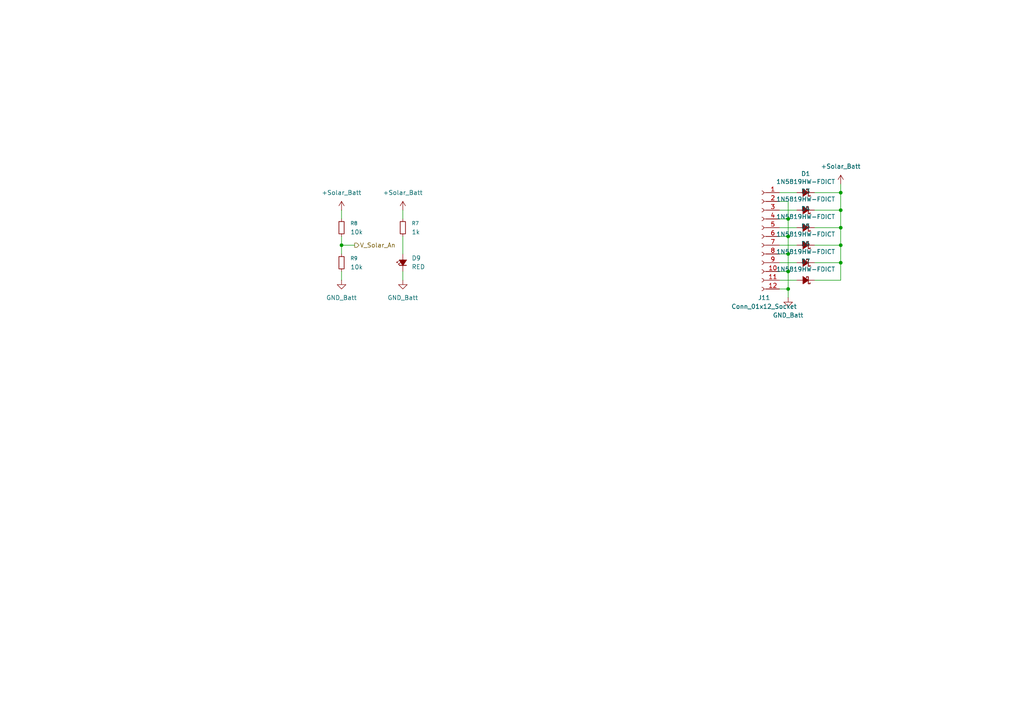
<source format=kicad_sch>
(kicad_sch (version 20250114) (generator "eeschema") (generator_version "9.0")
  (paper "A4")
  (lib_symbols
    (symbol "Connector:Conn_01x12_Socket" (pin_names (offset 1.016) (hide yes))
      (property "Reference" "J" (at 0 15.24 0))
      (property "Value" "Conn_01x12_Socket" (at 0 -17.78 0))
      (symbol "Conn_01x12_Socket_1_1"
        (polyline (pts (xy -1.27 12.7) (xy -0.508 12.7)) (stroke (width 0.1524)))
        (polyline (pts (xy -1.27 10.16) (xy -0.508 10.16)) (stroke (width 0.1524)))
        (polyline (pts (xy -1.27 7.62) (xy -0.508 7.62)) (stroke (width 0.1524)))
        (polyline (pts (xy -1.27 5.08) (xy -0.508 5.08)) (stroke (width 0.1524)))
        (polyline (pts (xy -1.27 2.54) (xy -0.508 2.54)) (stroke (width 0.1524)))
        (polyline (pts (xy -1.27 0) (xy -0.508 0)) (stroke (width 0.1524)))
        (polyline (pts (xy -1.27 -2.54) (xy -0.508 -2.54)) (stroke (width 0.1524)))
        (polyline (pts (xy -1.27 -5.08) (xy -0.508 -5.08)) (stroke (width 0.1524)))
        (polyline (pts (xy -1.27 -7.62) (xy -0.508 -7.62)) (stroke (width 0.1524)))
        (polyline (pts (xy -1.27 -10.16) (xy -0.508 -10.16)) (stroke (width 0.1524)))
        (polyline (pts (xy -1.27 -12.7) (xy -0.508 -12.7)) (stroke (width 0.1524)))
        (polyline (pts (xy -1.27 -15.24) (xy -0.508 -15.24)) (stroke (width 0.1524)))
        (arc (start 0 12.192) (mid -0.5058 12.7) (end 0 13.208) (stroke (width 0.1524)))
        (arc (start 0 9.652) (mid -0.5058 10.16) (end 0 10.668) (stroke (width 0.1524)))
        (arc (start 0 7.112) (mid -0.5058 7.62) (end 0 8.128) (stroke (width 0.1524)))
        (arc (start 0 4.572) (mid -0.5058 5.08) (end 0 5.588) (stroke (width 0.1524)))
        (arc (start 0 2.032) (mid -0.5058 2.54) (end 0 3.048) (stroke (width 0.1524)))
        (arc (start 0 -0.508) (mid -0.5058 0) (end 0 0.508) (stroke (width 0.1524)))
        (arc (start 0 -3.048) (mid -0.5058 -2.54) (end 0 -2.032) (stroke (width 0.1524)))
        (arc (start 0 -5.588) (mid -0.5058 -5.08) (end 0 -4.572) (stroke (width 0.1524)))
        (arc (start 0 -8.128) (mid -0.5058 -7.62) (end 0 -7.112) (stroke (width 0.1524)))
        (arc (start 0 -10.668) (mid -0.5058 -10.16) (end 0 -9.652) (stroke (width 0.1524)))
        (arc (start 0 -13.208) (mid -0.5058 -12.7) (end 0 -12.192) (stroke (width 0.1524)))
        (arc (start 0 -15.748) (mid -0.5058 -15.24) (end 0 -14.732) (stroke (width 0.1524)))
        (pin passive line (at -5.08 12.7 0) (length 3.81) (name "Pin_1") (number "1"))
        (pin passive line (at -5.08 10.16 0) (length 3.81) (name "Pin_2") (number "2"))
        (pin passive line (at -5.08 7.62 0) (length 3.81) (name "Pin_3") (number "3"))
        (pin passive line (at -5.08 5.08 0) (length 3.81) (name "Pin_4") (number "4"))
        (pin passive line (at -5.08 2.54 0) (length 3.81) (name "Pin_5") (number "5"))
        (pin passive line (at -5.08 0 0) (length 3.81) (name "Pin_6") (number "6"))
        (pin passive line (at -5.08 -2.54 0) (length 3.81) (name "Pin_7") (number "7"))
        (pin passive line (at -5.08 -5.08 0) (length 3.81) (name "Pin_8") (number "8"))
        (pin passive line (at -5.08 -7.62 0) (length 3.81) (name "Pin_9") (number "9"))
        (pin passive line (at -5.08 -10.16 0) (length 3.81) (name "Pin_10") (number "10"))
        (pin passive line (at -5.08 -12.7 0) (length 3.81) (name "Pin_11") (number "11"))
        (pin passive line (at -5.08 -15.24 0) (length 3.81) (name "Pin_12") (number "12"))
      )
    )
    (symbol "Device:D_Schottky_Small_Filled" (pin_numbers (hide yes)) (pin_names (offset 0.254) (hide yes))
      (property "Reference" "D" (at -1.27 2.032 0))
      (property "Value" "D_Schottky_Small_Filled" (at -7.112 -2.032 0))
      (symbol "D_Schottky_Small_Filled_0_1"
        (polyline (pts (xy -1.27 0.762) (xy -1.27 1.016) (xy -0.762 1.016) (xy -0.762 -1.016) (xy -0.254 -1.016) (xy -0.254 -0.762)) (stroke (width 0.254)))
        (polyline (pts (xy -0.762 0) (xy 0.762 0)))
        (polyline (pts (xy 0.762 -1.016) (xy -0.762 0) (xy 0.762 1.016) (xy 0.762 -1.016)) (stroke (width 0.254)) (fill (type outline)))
      )
      (symbol "D_Schottky_Small_Filled_1_1"
        (pin passive line (at -2.54 0 0) (length 1.778) (name "K") (number "1"))
        (pin passive line (at 2.54 0 180) (length 1.778) (name "A") (number "2"))
      )
    )
    (symbol "Device:LED_Small_Filled" (pin_numbers (hide yes)) (pin_names (offset 0.254) (hide yes))
      (property "Reference" "D" (at -1.27 3.175 0))
      (property "Value" "LED_Small_Filled" (at -4.445 -2.54 0))
      (symbol "LED_Small_Filled_0_1"
        (polyline (pts (xy -0.762 -1.016) (xy -0.762 1.016)) (stroke (width 0.254)))
        (polyline (pts (xy 0 0.762) (xy -0.508 1.27) (xy -0.254 1.27) (xy -0.508 1.27) (xy -0.508 1.016)))
        (polyline (pts (xy 0.508 1.27) (xy 0 1.778) (xy 0.254 1.778) (xy 0 1.778) (xy 0 1.524)))
        (polyline (pts (xy 0.762 -1.016) (xy -0.762 0) (xy 0.762 1.016) (xy 0.762 -1.016)) (stroke (width 0.254)) (fill (type outline)))
        (polyline (pts (xy 1.016 0) (xy -0.762 0)))
      )
      (symbol "LED_Small_Filled_1_1"
        (pin passive line (at -2.54 0 0) (length 1.778) (name "K") (number "1"))
        (pin passive line (at 2.54 0 180) (length 1.778) (name "A") (number "2"))
      )
    )
    (symbol "Device:R_Small" (pin_numbers (hide yes)) (pin_names (offset 0.254) (hide yes))
      (property "Reference" "R" (at 0 0 90))
      (property "Value" "R_Small" (at 1.778 0 90))
      (symbol "R_Small_0_1"
        (rectangle (start -0.762 1.778) (end 0.762 -1.778) (stroke (width 0.2032)))
      )
      (symbol "R_Small_1_1"
        (pin passive line (at 0 2.54 270) (length 0.762) (name "~") (number "1"))
        (pin passive line (at 0 -2.54 90) (length 0.762) (name "~") (number "2"))
      )
    )
    (symbol "power:+BATT" (power) (pin_numbers (hide yes)) (pin_names (offset 0) (hide yes))
      (property "Value" "+BATT" (at 0 3.556 0))
      (symbol "+BATT_0_1"
        (polyline (pts (xy -0.762 1.27) (xy 0 2.54)))
        (polyline (pts (xy 0 2.54) (xy 0.762 1.27)))
        (polyline (pts (xy 0 0) (xy 0 2.54)))
      )
      (symbol "+BATT_1_1"
        (pin power_in line (at 0 0 90) (length 0) (name "~") (number "1"))
      )
    )
    (symbol "power:GND" (power) (pin_numbers (hide yes)) (pin_names (offset 0) (hide yes))
      (property "Value" "GND" (at 0 -3.81 0))
      (symbol "GND_0_1"
        (polyline (pts (xy 0 0) (xy 0 -1.27) (xy 1.27 -1.27) (xy 0 -2.54) (xy -1.27 -1.27) (xy 0 -1.27)))
      )
      (symbol "GND_1_1"
        (pin power_in line (at 0 0 270) (length 0) (name "~") (number "1"))
      )
    )
  )
  (junction (at 228.6 73.66))
  (junction (at 243.84 66.04))
  (junction (at 99.06 71.12))
  (junction (at 228.6 78.74))
  (junction (at 243.84 71.12))
  (junction (at 243.84 76.2))
  (junction (at 243.84 55.88))
  (junction (at 228.6 68.58))
  (junction (at 228.6 63.5))
  (junction (at 243.84 60.96))
  (junction (at 228.6 83.82))
  (wire (pts (xy 226.06 81.28) (xy 231.14 81.28)))
  (wire (pts (xy 99.06 68.58) (xy 99.06 71.12)))
  (wire (pts (xy 228.6 73.66) (xy 228.6 78.74)))
  (wire (pts (xy 243.84 55.88) (xy 243.84 60.96)))
  (wire (pts (xy 236.22 76.2) (xy 243.84 76.2)))
  (wire (pts (xy 243.84 71.12) (xy 243.84 76.2)))
  (wire (pts (xy 243.84 76.2) (xy 243.84 81.28)))
  (wire (pts (xy 243.84 66.04) (xy 243.84 71.12)))
  (wire (pts (xy 99.06 71.12) (xy 102.87 71.12)))
  (wire (pts (xy 226.06 83.82) (xy 228.6 83.82)))
  (wire (pts (xy 236.22 71.12) (xy 243.84 71.12)))
  (wire (pts (xy 228.6 83.82) (xy 228.6 86.36)))
  (wire (pts (xy 226.06 63.5) (xy 228.6 63.5)))
  (wire (pts (xy 243.84 60.96) (xy 243.84 66.04)))
  (wire (pts (xy 99.06 71.12) (xy 99.06 73.66)))
  (wire (pts (xy 116.84 60.96) (xy 116.84 63.5)))
  (wire (pts (xy 228.6 68.58) (xy 228.6 73.66)))
  (wire (pts (xy 243.84 53.34) (xy 243.84 55.88)))
  (wire (pts (xy 226.06 73.66) (xy 228.6 73.66)))
  (wire (pts (xy 236.22 55.88) (xy 243.84 55.88)))
  (wire (pts (xy 226.06 55.88) (xy 231.14 55.88)))
  (wire (pts (xy 226.06 66.04) (xy 231.14 66.04)))
  (wire (pts (xy 243.84 81.28) (xy 236.22 81.28)))
  (wire (pts (xy 226.06 71.12) (xy 231.14 71.12)))
  (wire (pts (xy 228.6 58.42) (xy 228.6 63.5)))
  (wire (pts (xy 236.22 60.96) (xy 243.84 60.96)))
  (wire (pts (xy 236.22 66.04) (xy 243.84 66.04)))
  (wire (pts (xy 228.6 78.74) (xy 228.6 83.82)))
  (wire (pts (xy 226.06 60.96) (xy 231.14 60.96)))
  (wire (pts (xy 226.06 78.74) (xy 228.6 78.74)))
  (wire (pts (xy 116.84 68.58) (xy 116.84 73.66)))
  (wire (pts (xy 116.84 78.74) (xy 116.84 81.28)))
  (wire (pts (xy 99.06 78.74) (xy 99.06 81.28)))
  (wire (pts (xy 99.06 60.96) (xy 99.06 63.5)))
  (wire (pts (xy 226.06 68.58) (xy 228.6 68.58)))
  (wire (pts (xy 226.06 58.42) (xy 228.6 58.42)))
  (wire (pts (xy 226.06 76.2) (xy 231.14 76.2)))
  (wire (pts (xy 228.6 63.5) (xy 228.6 68.58)))
  (hierarchical_label "V_Solar_An" (shape output) (at 102.87 71.12 0))
  (symbol (lib_id "power:+BATT") (at 99.06 60.96 0) (unit 1)
    (property "Reference" "#PWR016" (effects (hide yes)))
    (property "Value" "+Solar_Batt" (at 99.06 55.88 0))
    (property "Description" "Power symbol creates a global label with name \"+Solar\"" (effects (hide yes)))
  )
  (symbol (lib_id "Device:R_Small") (at 99.06 76.2 0) (unit 1)
    (property "Reference" "R9" (at 101.6 74.9299 0) (effects (font (size 1.016 1.016)) (justify left)))
    (property "Value" "10k" (at 101.6 77.4699 0) (effects (justify left)))
    (property "Footprint" "Resistor_SMD:R_0805_2012Metric_Pad1.20x1.40mm_HandSolder" (effects (hide yes)))
    (property "Description" "Resistor, small symbol" (effects (hide yes)))
  )
  (symbol (lib_id "Device:R_Small") (at 99.06 66.04 0) (unit 1)
    (property "Reference" "R8" (at 101.6 64.7699 0) (effects (font (size 1.016 1.016)) (justify left)))
    (property "Value" "10k" (at 101.6 67.3099 0) (effects (justify left)))
    (property "Footprint" "Resistor_SMD:R_0805_2012Metric_Pad1.20x1.40mm_HandSolder" (effects (hide yes)))
    (property "Description" "Resistor, small symbol" (effects (hide yes)))
  )
  (symbol (lib_id "Device:D_Schottky_Small_Filled") (at 233.68 66.04 180) (unit 1)
    (property "Reference" "D4" (at 233.68 60.5536 0))
    (property "Value" "1N5819HW-FDICT" (at 233.68 62.865 0))
    (property "Footprint" "Diode_SMD:D_SOD-123" (effects (hide yes)))
    (property "Description" "Schottky diode, small symbol, filled shape" (effects (hide yes)))
  )
  (symbol (lib_id "Device:D_Schottky_Small_Filled") (at 233.68 81.28 180) (unit 1)
    (property "Reference" "D7" (at 233.68 75.7936 0))
    (property "Value" "1N5819HW-FDICT" (at 233.68 78.105 0))
    (property "Footprint" "Diode_SMD:D_SOD-123" (effects (hide yes)))
    (property "Description" "Schottky diode, small symbol, filled shape" (effects (hide yes)))
  )
  (symbol (lib_id "Device:D_Schottky_Small_Filled") (at 233.68 71.12 180) (unit 1)
    (property "Reference" "D5" (at 233.68 65.6336 0))
    (property "Value" "1N5819HW-FDICT" (at 233.68 67.945 0))
    (property "Footprint" "Diode_SMD:D_SOD-123" (effects (hide yes)))
    (property "Description" "Schottky diode, small symbol, filled shape" (effects (hide yes)))
  )
  (symbol (lib_id "Connector:Conn_01x12_Socket") (at 220.98 68.58 0) (mirror y) (unit 1)
    (property "Reference" "J11" (at 221.615 86.36 0))
    (property "Value" "Conn_01x12_Socket" (at 221.615 88.9 0))
    (property "Footprint" "Connector_PinSocket_2.54mm:PinSocket_1x12_P2.54mm_Vertical" (effects (hide yes)))
    (property "Description" "Generic connector, single row, 01x12, script generated" (effects (hide yes)))
  )
  (symbol (lib_id "power:+BATT") (at 243.84 53.34 0) (unit 1)
    (property "Reference" "#PWR036" (effects (hide yes)))
    (property "Value" "+Solar_Batt" (at 243.84 48.26 0))
    (property "Description" "Power symbol creates a global label with name \"+Solar\"" (effects (hide yes)))
  )
  (symbol (lib_id "Device:D_Schottky_Small_Filled") (at 233.68 60.96 180) (unit 1)
    (property "Reference" "D3" (at 233.68 55.4736 0))
    (property "Value" "1N5819HW-FDICT" (at 233.68 57.785 0))
    (property "Footprint" "Diode_SMD:D_SOD-123" (effects (hide yes)))
    (property "Description" "Schottky diode, small symbol, filled shape" (effects (hide yes)))
  )
  (symbol (lib_id "power:+BATT") (at 116.84 60.96 0) (unit 1)
    (property "Reference" "#PWR031" (effects (hide yes)))
    (property "Value" "+Solar_Batt" (at 116.84 55.88 0))
    (property "Description" "Power symbol creates a global label with name \"+Solar\"" (effects (hide yes)))
  )
  (symbol (lib_id "power:GND") (at 116.84 81.28 0) (unit 1)
    (property "Reference" "#PWR013" (effects (hide yes)))
    (property "Value" "GND_Batt" (at 116.84 86.36 0))
    (property "Description" "Power symbol creates a global label with name \"GND\" , ground" (effects (hide yes)))
  )
  (symbol (lib_id "power:GND") (at 99.06 81.28 0) (unit 1)
    (property "Reference" "#PWR017" (effects (hide yes)))
    (property "Value" "GND_Batt" (at 99.06 86.36 0))
    (property "Description" "Power symbol creates a global label with name \"GND\" , ground" (effects (hide yes)))
  )
  (symbol (lib_id "Device:R_Small") (at 116.84 66.04 0) (unit 1)
    (property "Reference" "R7" (at 119.38 64.7699 0) (effects (font (size 1.016 1.016)) (justify left)))
    (property "Value" "1k" (at 119.38 67.3099 0) (effects (justify left)))
    (property "Footprint" "Resistor_SMD:R_0805_2012Metric_Pad1.20x1.40mm_HandSolder" (effects (hide yes)))
    (property "Description" "Resistor, small symbol" (effects (hide yes)))
  )
  (symbol (lib_id "Device:LED_Small_Filled") (at 116.84 76.2 90) (unit 1)
    (property "Reference" "D9" (at 119.38 74.8664 90) (effects (justify right)))
    (property "Value" "RED" (at 119.38 77.4064 90) (effects (justify right)))
    (property "Footprint" "LED_SMD:LED_0805_2012Metric_Pad1.15x1.40mm_HandSolder" (effects (hide yes)))
    (property "Description" "Light emitting diode, small symbol, filled shape" (effects (hide yes)))
    (property "Sim.Pins" "1=K 2=A" (effects (hide yes)))
  )
  (symbol (lib_id "Device:D_Schottky_Small_Filled") (at 233.68 55.88 180) (unit 1)
    (property "Reference" "D1" (at 233.68 50.3936 0))
    (property "Value" "1N5819HW-FDICT" (at 233.68 52.705 0))
    (property "Footprint" "Diode_SMD:D_SOD-123" (effects (hide yes)))
    (property "Description" "Schottky diode, small symbol, filled shape" (effects (hide yes)))
  )
  (symbol (lib_id "Device:D_Schottky_Small_Filled") (at 233.68 76.2 180) (unit 1)
    (property "Reference" "D6" (at 233.68 70.7136 0))
    (property "Value" "1N5819HW-FDICT" (at 233.68 73.025 0))
    (property "Footprint" "Diode_SMD:D_SOD-123" (effects (hide yes)))
    (property "Description" "Schottky diode, small symbol, filled shape" (effects (hide yes)))
  )
  (symbol (lib_id "power:GND") (at 228.6 86.36 0) (unit 1)
    (property "Reference" "#PWR014" (effects (hide yes)))
    (property "Value" "GND_Batt" (at 228.6 91.44 0))
    (property "Description" "Power symbol creates a global label with name \"GND\" , ground" (effects (hide yes)))
  )
)
</source>
